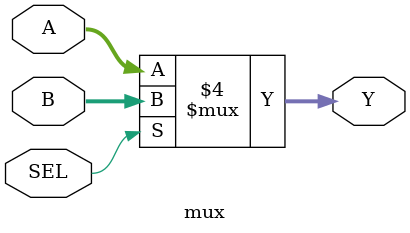
<source format=sv>
`timescale 1ns / 1ps


module mux(
  input [31:0] A,B,
  input SEL,
  output reg[31:0] Y);
  
  always @ (A or B or SEL)
    begin 
      if (SEL == 0)
        Y = A;
      else
        Y = B;
    end
endmodule


</source>
